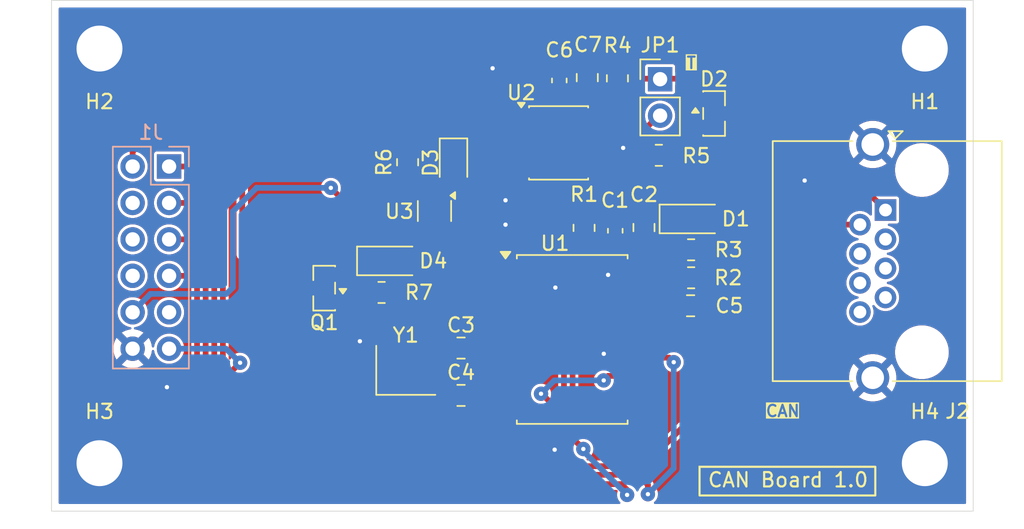
<source format=kicad_pcb>
(kicad_pcb (version 20241229) (generator "pcbnew") (generator_version "9.0")
  (title_block (title "CAN_Board") (date "2025-10-26") (rev "1.0") (company "PKl"))
  (layers (0 "F.Cu" signal) (2 "B.Cu" signal) (13 "F.Paste" user) (15 "B.Paste" user) (5 "F.SilkS" user "F.Silkscreen") (7 "B.SilkS" user "B.Silkscreen") (1 "F.Mask" user) (3 "B.Mask" user) (25 "Edge.Cuts" user))
  (net 0 "")
  (net 1 "GND")
  (net 2 "SPI0_CS")
  (net 3 "SPI0_SCK")
  (net 4 "SPI0_MOSI")
  (net 5 "SPI0_MISO")
  (net 6 "Net-(U1-OSC2)")
  (net 7 "Net-(U1-OSC1)")
  (net 8 "3V3_CAN")
  (net 9 "Net-(D1-A)")
  (net 10 "Net-(C3-Pad2)")
  (net 11 "Net-(C4-Pad1)")
  (net 12 "CANH")
  (net 13 "CANL")
  (net 14 "Net-(JP1-B)")
  (net 15 "Net-(U1-~{RESET})")
  (net 16 "Net-(U2-Rs)")
  (net 18 "CAN_RX")
  (net 24 "CAN_TX")
  (net 34 "unconnected-(J1-Pin_6-Pad6)")
  (net 36 "unconnected-(J1-Pin_9-Pad9)")
  (net 38 "Net-(D3-K)")
  (net 39 "INT")
  (net 40 "ON")
  (net 42 "Net-(D4-A)")
  (net 43 "3V3_OUT")
  (net 44 "3V3_IN")
  (footprint "Diode_SMD:D_SOD-123F" (layer "F.Cu") (at 145.2125 75.6)
    (property "Reference" "D4" (at 3.1 0 0) (layer "F.SilkS"))
    (property "Value" "BZT52C5V1-DIO")
    (fp_line (start -2.21 -1) (end -2.21 1) (stroke (width 0.12)) (layer "F.SilkS") (net 6619258))
    (fp_line (start -2.21 -1) (end 1.65 -1) (stroke (width 0.12)) (layer "F.SilkS") (net 6619258))
    (fp_line (start -2.21 1) (end 1.65 1) (stroke (width 0.12)) (layer "F.SilkS") (net 6619258))
    (pad "1" smd roundrect (at -1.4 0) (size 1.1 1.1) (layers "F.Cu" "F.Mask" "F.Paste") (roundrect_rratio 0.2272727273) (net 43 "3V3_OUT"))
    (pad "2" smd roundrect (at 1.4 0) (size 1.1 1.1) (layers "F.Cu" "F.Mask" "F.Paste") (roundrect_rratio 0.2272727273) (net 42 "Net-(D4-A)"))
  )
  (footprint "Diode_SMD:D_SOD-123F" (layer "F.Cu") (at 166.3 72.675)
    (property "Reference" "D1" (at 3.1 0 0) (layer "F.SilkS"))
    (property "Value" "1N4148W-DIO")
    (fp_line (start -2.21 -1) (end -2.21 1) (stroke (width 0.12)) (layer "F.SilkS"))
    (fp_line (start -2.21 -1) (end 1.65 -1) (stroke (width 0.12)) (layer "F.SilkS"))
    (fp_line (start -2.21 1) (end 1.65 1) (stroke (width 0.12)) (layer "F.SilkS"))
    (pad "1" smd roundrect (at -1.4 0) (size 1.1 1.1) (layers "F.Cu" "F.Mask" "F.Paste") (roundrect_rratio 0.2272727273) (net 8 "3V3_CAN"))
    (pad "2" smd roundrect (at 1.4 0) (size 1.1 1.1) (layers "F.Cu" "F.Mask" "F.Paste") (roundrect_rratio 0.2272727273) (net 9 "Net-(D1-A)"))
  )
  (footprint "Package_TO_SOT_SMD:SOT-363_SC-70-6" (layer "F.Cu") (at 148.4 72.125 -90)
    (property "Reference" "U3" (at 0.025 2.45 0) (layer "F.SilkS"))
    (property "Value" "SIP32431DR3-T1GE3")
    (fp_line (start -0.7 1.16) (end 0.7 1.16) (stroke (width 0.12)) (layer "F.SilkS"))
    (fp_line (start -0.71 -1.16) (end 0.7 -1.16) (stroke (width 0.12)) (layer "F.SilkS"))
    (fp_poly (pts (xy -1.08 -1.11) (xy -1.32 -1.44) (xy -0.84 -1.44) (xy -1.08 -1.11)) (stroke (width 0.12)) (fill yes) (layer "F.SilkS"))
    (pad "1" smd roundrect (at -0.95 -0.65 270) (size 0.65 0.4) (layers "F.Cu" "F.Mask" "F.Paste") (net 8 "3V3_CAN"))
    (pad "2" smd roundrect (at -0.95 0 270) (size 0.65 0.4) (layers "F.Cu" "F.Mask" "F.Paste") (net 1 "GND"))
    (pad "3" smd roundrect (at -0.95 0.65 270) (size 0.65 0.4) (layers "F.Cu" "F.Mask" "F.Paste") (net 40 "ON"))
    (pad "4" smd roundrect (at 0.95 0.65 270) (size 0.65 0.4) (layers "F.Cu" "F.Mask" "F.Paste") (net 43 "3V3_OUT"))
    (pad "5" smd roundrect (at 0.95 0 270) (size 0.65 0.4) (layers "F.Cu" "F.Mask" "F.Paste") (net 1 "GND"))
    (pad "6" smd roundrect (at 0.95 -0.65 270) (size 0.65 0.4) (layers "F.Cu" "F.Mask" "F.Paste"))
  )
  (footprint "MountingHole:MountingHole_3.2mm_M3_DIN965_Pad" (layer "F.Cu") (at 125.05 60.8)
    (property "Reference" "H2" (at 0 3.7 0) (layer "F.SilkS"))
    (property "Value" "MountingHole_Pad")
    (pad "1" thru_hole circle (at 0 0) (size 5.6 5.6) (drill 3.2) (layers "*.Cu" "*.Mask") (net 1 "GND"))
  )
  (footprint "LED_SMD:LED_0805_2012Metric" (layer "F.Cu") (at 149.725 68.7475 -90)
    (property "Reference" "D3" (at 0.0125 1.6 90) (layer "F.SilkS"))
    (property "Value" "LED")
    (fp_line (start -1.685 0.96) (end 1 0.96) (stroke (width 0.12)) (layer "F.SilkS"))
    (fp_line (start -1.685 -0.96) (end -1.685 0.96) (stroke (width 0.12)) (layer "F.SilkS"))
    (fp_line (start 1 -0.96) (end -1.685 -0.96) (stroke (width 0.12)) (layer "F.SilkS"))
    (pad "1" smd roundrect (at -0.9375 0 270) (size 0.975 1.4) (layers "F.Cu" "F.Mask" "F.Paste") (net 38 "Net-(D3-K)"))
    (pad "2" smd roundrect (at 0.9375 0 270) (size 0.975 1.4) (layers "F.Cu" "F.Mask" "F.Paste") (net 8 "3V3_CAN"))
  )
  (footprint "Resistor_SMD:R_0805_2012Metric" (layer "F.Cu") (at 164.0375 68.24)
    (property "Reference" "R5" (at 2.6125 0.035 0) (layer "F.SilkS"))
    (property "Value" "120")
    (fp_line (start -0.227064 -0.735) (end 0.227064 -0.735) (stroke (width 0.12)) (layer "F.SilkS"))
    (fp_line (start -0.227064 0.735) (end 0.227064 0.735) (stroke (width 0.12)) (layer "F.SilkS"))
    (pad "1" smd roundrect (at -0.9125 0) (size 1.025 1.4) (layers "F.Cu" "F.Mask" "F.Paste") (roundrect_rratio 0.243902) (net 14 "Net-(JP1-B)"))
    (pad "2" smd roundrect (at 0.9125 0) (size 1.025 1.4) (layers "F.Cu" "F.Mask" "F.Paste") (roundrect_rratio 0.243902) (net 13 "CANL"))
  )
  (footprint "Package_TO_SOT_SMD:SOT-23" (layer "F.Cu") (at 167.8875 65.325)
    (property "Reference" "D2" (at 0 -2.4 0) (layer "F.SilkS"))
    (property "Value" "PESD1CAN.215" (hide yes))
    (fp_line (start -0.76 -1.56) (end 0.76 -1.56) (stroke (width 0.12)) (layer "F.SilkS"))
    (fp_line (start -0.76 -1.51) (end -0.76 -1.56) (stroke (width 0.12)) (layer "F.SilkS"))
    (fp_line (start -0.76 0.39) (end -0.76 -0.39) (stroke (width 0.12)) (layer "F.SilkS"))
    (fp_line (start -0.76 1.56) (end -0.76 1.51) (stroke (width 0.12)) (layer "F.SilkS"))
    (fp_line (start 0.76 -1.56) (end 0.76 -0.56) (stroke (width 0.12)) (layer "F.SilkS"))
    (fp_line (start 0.76 0.56) (end 0.76 1.56) (stroke (width 0.12)) (layer "F.SilkS"))
    (fp_line (start 0.76 1.56) (end -0.76 1.56) (stroke (width 0.12)) (layer "F.SilkS"))
    (fp_poly (pts (xy -1.3 -0.38) (xy -1.06 -0.05) (xy -1.54 -0.05)) (stroke (width 0.12)) (fill yes) (layer "F.SilkS"))
    (pad "1" smd roundrect (at -0.9375 -0.95) (size 1.475 0.6) (layers "F.Cu" "F.Mask" "F.Paste") (net 12 "CANH"))
    (pad "2" smd roundrect (at -0.9375 0.95) (size 1.475 0.6) (layers "F.Cu" "F.Mask" "F.Paste") (net 13 "CANL"))
    (pad "3" smd roundrect (at 0.9375 0) (size 1.475 0.6) (layers "F.Cu" "F.Mask" "F.Paste") (net 1 "GND"))
  )
  (footprint "Resistor_SMD:R_0805_2012Metric" (layer "F.Cu") (at 166.2875 76.775 180)
    (property "Reference" "R2" (at -2.5875 0 0) (layer "F.SilkS"))
    (property "Value" "1K")
    (fp_line (start -0.227064 0.735) (end 0.227064 0.735) (stroke (width 0.12)) (layer "F.SilkS"))
    (fp_line (start -0.227064 -0.735) (end 0.227064 -0.735) (stroke (width 0.12)) (layer "F.SilkS"))
    (pad "1" smd roundrect (at -0.9125 0 180) (size 1.025 1.4) (layers "F.Cu" "F.Mask" "F.Paste") (roundrect_rratio 0.243902) (net 9 "Net-(D1-A)"))
    (pad "2" smd roundrect (at 0.9125 0 180) (size 1.025 1.4) (layers "F.Cu" "F.Mask" "F.Paste") (roundrect_rratio 0.243902) (net 15 "Net-(U1-~{RESET})"))
  )
  (footprint "Resistor_SMD:R_0805_2012Metric" (layer "F.Cu") (at 166.2875 74.825)
    (property "Reference" "R3" (at 2.6125 0 0) (layer "F.SilkS"))
    (property "Value" "10K")
    (fp_line (start -0.227064 -0.735) (end 0.227064 -0.735) (stroke (width 0.12)) (layer "F.SilkS"))
    (fp_line (start -0.227064 0.735) (end 0.227064 0.735) (stroke (width 0.12)) (layer "F.SilkS"))
    (pad "1" smd roundrect (at -0.9125 0) (size 1.025 1.4) (layers "F.Cu" "F.Mask" "F.Paste") (roundrect_rratio 0.243902) (net 8 "3V3_CAN"))
    (pad "2" smd roundrect (at 0.9125 0) (size 1.025 1.4) (layers "F.Cu" "F.Mask" "F.Paste") (roundrect_rratio 0.243902) (net 9 "Net-(D1-A)"))
  )
  (footprint "Capacitor_SMD:C_0805_2012Metric" (layer "F.Cu") (at 150.25 84.975)
    (property "Reference" "C4" (at 0 -1.6 0) (layer "F.SilkS"))
    (property "Value" "15pF")
    (fp_line (start -0.261252 -0.735) (end 0.261252 -0.735) (stroke (width 0.12)) (layer "F.SilkS"))
    (fp_line (start -0.261252 0.735) (end 0.261252 0.735) (stroke (width 0.12)) (layer "F.SilkS"))
    (pad "1" smd roundrect (at -0.95 0) (size 1 1.45) (layers "F.Cu" "F.Mask" "F.Paste") (net 11 "Net-(C4-Pad1)"))
    (pad "2" smd roundrect (at 0.95 0) (size 1 1.45) (layers "F.Cu" "F.Mask" "F.Paste") (net 7 "Net-(U1-OSC1)"))
  )
  (footprint "Package_SO:SOIC-18W_7.5x11.6mm_P1.27mm" (layer "F.Cu") (at 158 81.075)
    (property "Reference" "U1" (at -1.2 -6.7 0) (layer "F.SilkS"))
    (property "Value" "MCP2515-I/SO")
    (fp_line (start -3.86 -5.885) (end 3.86 -5.885) (stroke (width 0.12)) (layer "F.SilkS"))
    (fp_line (start -3.86 -5.64) (end -3.86 -5.885) (stroke (width 0.12)) (layer "F.SilkS"))
    (fp_line (start -3.86 5.885) (end -3.86 5.64) (stroke (width 0.12)) (layer "F.SilkS"))
    (fp_line (start 3.86 -5.885) (end 3.86 -5.64) (stroke (width 0.12)) (layer "F.SilkS"))
    (fp_line (start 3.86 5.64) (end 3.86 5.885) (stroke (width 0.12)) (layer "F.SilkS"))
    (fp_line (start 3.86 5.885) (end -3.86 5.885) (stroke (width 0.12)) (layer "F.SilkS"))
    (fp_poly (pts (xy -4.65 -5.64) (xy -4.99 -6.11) (xy -4.31 -6.11)) (stroke (width 0.12)) (fill yes) (layer "F.SilkS"))
    (pad "1" smd roundrect (at -4.65 -5.08) (size 2.05 0.6) (layers "F.Cu" "F.Mask" "F.Paste") (net 24 "CAN_TX"))
    (pad "2" smd roundrect (at -4.65 -3.81) (size 2.05 0.6) (layers "F.Cu" "F.Mask" "F.Paste") (net 18 "CAN_RX"))
    (pad "3" smd roundrect (at -4.65 -2.54) (size 2.05 0.6) (layers "F.Cu" "F.Mask" "F.Paste"))
    (pad "4" smd roundrect (at -4.65 -1.27) (size 2.05 0.6) (layers "F.Cu" "F.Mask" "F.Paste"))
    (pad "5" smd roundrect (at -4.65 0) (size 2.05 0.6) (layers "F.Cu" "F.Mask" "F.Paste"))
    (pad "6" smd roundrect (at -4.65 1.27) (size 2.05 0.6) (layers "F.Cu" "F.Mask" "F.Paste"))
    (pad "7" smd roundrect (at -4.65 2.54) (size 2.05 0.6) (layers "F.Cu" "F.Mask" "F.Paste") (net 6 "Net-(U1-OSC2)"))
    (pad "8" smd roundrect (at -4.65 3.81) (size 2.05 0.6) (layers "F.Cu" "F.Mask" "F.Paste") (net 7 "Net-(U1-OSC1)"))
    (pad "9" smd roundrect (at -4.65 5.08) (size 2.05 0.6) (layers "F.Cu" "F.Mask" "F.Paste") (net 1 "GND"))
    (pad "10" smd roundrect (at 4.65 5.08) (size 2.05 0.6) (layers "F.Cu" "F.Mask" "F.Paste"))
    (pad "11" smd roundrect (at 4.65 3.81) (size 2.05 0.6) (layers "F.Cu" "F.Mask" "F.Paste"))
    (pad "12" smd roundrect (at 4.65 2.54) (size 2.05 0.6) (layers "F.Cu" "F.Mask" "F.Paste") (net 39 "INT"))
    (pad "13" smd roundrect (at 4.65 1.27) (size 2.05 0.6) (layers "F.Cu" "F.Mask" "F.Paste") (net 3 "SPI0_SCK"))
    (pad "14" smd roundrect (at 4.65 0) (size 2.05 0.6) (layers "F.Cu" "F.Mask" "F.Paste") (net 4 "SPI0_MOSI"))
    (pad "15" smd roundrect (at 4.65 -1.27) (size 2.05 0.6) (layers "F.Cu" "F.Mask" "F.Paste") (net 5 "SPI0_MISO"))
    (pad "16" smd roundrect (at 4.65 -2.54) (size 2.05 0.6) (layers "F.Cu" "F.Mask" "F.Paste") (net 2 "SPI0_CS"))
    (pad "17" smd roundrect (at 4.65 -3.81) (size 2.05 0.6) (layers "F.Cu" "F.Mask" "F.Paste") (net 15 "Net-(U1-~{RESET})"))
    (pad "18" smd roundrect (at 4.65 -5.08) (size 2.05 0.6) (layers "F.Cu" "F.Mask" "F.Paste") (net 8 "3V3_CAN"))
  )
  (footprint "Resistor_SMD:R_0805_2012Metric" (layer "F.Cu") (at 158.825 73.3 -90)
    (property "Reference" "R1" (at -2.3375 0 0) (layer "F.SilkS"))
    (property "Value" "10K")
    (fp_line (start -0.227064 0.735) (end 0.227064 0.735) (stroke (width 0.12)) (layer "F.SilkS"))
    (fp_line (start -0.227064 -0.735) (end 0.227064 -0.735) (stroke (width 0.12)) (layer "F.SilkS"))
    (pad "1" smd roundrect (at -0.9125 0 270) (size 1.025 1.4) (layers "F.Cu" "F.Mask" "F.Paste") (roundrect_rratio 0.243902) (net 8 "3V3_CAN"))
    (pad "2" smd roundrect (at 0.9125 0 270) (size 1.025 1.4) (layers "F.Cu" "F.Mask" "F.Paste") (roundrect_rratio 0.243902) (net 2 "SPI0_CS"))
  )
  (footprint "Capacitor_SMD:C_0603_1608Metric" (layer "F.Cu") (at 157.1 63.025 90)
    (property "Reference" "C6" (at 2.125 0 0) (layer "F.SilkS"))
    (property "Value" "1uF")
    (fp_line (start -0.14058 -0.51) (end 0.14058 -0.51) (stroke (width 0.12)) (layer "F.SilkS"))
    (fp_line (start -0.14058 0.51) (end 0.14058 0.51) (stroke (width 0.12)) (layer "F.SilkS"))
    (pad "1" smd roundrect (at -0.775 0 90) (size 0.9 0.95) (layers "F.Cu" "F.Mask" "F.Paste") (net 8 "3V3_CAN"))
    (pad "2" smd roundrect (at 0.775 0 90) (size 0.9 0.95) (layers "F.Cu" "F.Mask" "F.Paste") (net 1 "GND"))
  )
  (footprint "Capacitor_SMD:C_0805_2012Metric" (layer "F.Cu") (at 163 73.275 90)
    (property "Reference" "C2" (at 2.3 0 0) (layer "F.SilkS"))
    (property "Value" "100nF")
    (fp_line (start -0.261252 -0.735) (end 0.261252 -0.735) (stroke (width 0.12)) (layer "F.SilkS"))
    (fp_line (start -0.261252 0.735) (end 0.261252 0.735) (stroke (width 0.12)) (layer "F.SilkS"))
    (pad "1" smd roundrect (at -0.95 0 90) (size 1 1.45) (layers "F.Cu" "F.Mask" "F.Paste") (net 8 "3V3_CAN"))
    (pad "2" smd roundrect (at 0.95 0 90) (size 1 1.45) (layers "F.Cu" "F.Mask" "F.Paste") (net 1 "GND"))
  )
  (footprint "Capacitor_SMD:C_0805_2012Metric" (layer "F.Cu") (at 150.25 81.675 180)
    (property "Reference" "C3" (at 0 1.6 0) (layer "F.SilkS"))
    (property "Value" "15pF")
    (fp_line (start -0.261252 0.735) (end 0.261252 0.735) (stroke (width 0.12)) (layer "F.SilkS"))
    (fp_line (start -0.261252 -0.735) (end 0.261252 -0.735) (stroke (width 0.12)) (layer "F.SilkS"))
    (pad "1" smd roundrect (at -0.95 0 180) (size 1 1.45) (layers "F.Cu" "F.Mask" "F.Paste") (net 6 "Net-(U1-OSC2)"))
    (pad "2" smd roundrect (at 0.95 0 180) (size 1 1.45) (layers "F.Cu" "F.Mask" "F.Paste") (net 10 "Net-(C3-Pad2)"))
  )
  (footprint "Package_SO:SOIC-8_3.9x4.9mm_P1.27mm" (layer "F.Cu") (at 157.05 67.375)
    (property "Reference" "U2" (at -2.6 -3.5 0) (layer "F.SilkS"))
    (property "Value" "SN65HVD230DR")
    (fp_line (start -2.06 -2.56) (end 2.06 -2.56) (stroke (width 0.12)) (layer "F.SilkS"))
    (fp_line (start -2.06 -2.465) (end -2.06 -2.56) (stroke (width 0.12)) (layer "F.SilkS"))
    (fp_line (start -2.06 2.56) (end -2.06 2.465) (stroke (width 0.12)) (layer "F.SilkS"))
    (fp_line (start 2.06 -2.56) (end 2.06 -2.465) (stroke (width 0.12)) (layer "F.SilkS"))
    (fp_line (start 2.06 2.465) (end 2.06 2.56) (stroke (width 0.12)) (layer "F.SilkS"))
    (fp_line (start 2.06 2.56) (end -2.06 2.56) (stroke (width 0.12)) (layer "F.SilkS"))
    (fp_poly (pts (xy -2.6 -2.47) (xy -2.84 -2.8) (xy -2.36 -2.8)) (stroke (width 0.12)) (fill yes) (layer "F.SilkS"))
    (pad "1" smd roundrect (at -2.475 -1.905) (size 1.95 0.6) (layers "F.Cu" "F.Mask" "F.Paste") (net 24 "CAN_TX"))
    (pad "2" smd roundrect (at -2.475 -0.635) (size 1.95 0.6) (layers "F.Cu" "F.Mask" "F.Paste") (net 1 "GND"))
    (pad "3" smd roundrect (at -2.475 0.635) (size 1.95 0.6) (layers "F.Cu" "F.Mask" "F.Paste") (net 8 "3V3_CAN"))
    (pad "4" smd roundrect (at -2.475 1.905) (size 1.95 0.6) (layers "F.Cu" "F.Mask" "F.Paste") (net 18 "CAN_RX"))
    (pad "5" smd roundrect (at 2.475 1.905) (size 1.95 0.6) (layers "F.Cu" "F.Mask" "F.Paste"))
    (pad "6" smd roundrect (at 2.475 0.635) (size 1.95 0.6) (layers "F.Cu" "F.Mask" "F.Paste") (net 13 "CANL"))
    (pad "7" smd roundrect (at 2.475 -0.635) (size 1.95 0.6) (layers "F.Cu" "F.Mask" "F.Paste") (net 12 "CANH"))
    (pad "8" smd roundrect (at 2.475 -1.905) (size 1.95 0.6) (layers "F.Cu" "F.Mask" "F.Paste") (net 16 "Net-(U2-Rs)"))
  )
  (footprint "Capacitor_SMD:C_0805_2012Metric" (layer "F.Cu") (at 159.05 62.825 90)
    (property "Reference" "C7" (at 2.3 0.05 0) (layer "F.SilkS"))
    (property "Value" "100nF")
    (fp_line (start -0.261252 -0.735) (end 0.261252 -0.735) (stroke (width 0.12)) (layer "F.SilkS"))
    (fp_line (start -0.261252 0.735) (end 0.261252 0.735) (stroke (width 0.12)) (layer "F.SilkS"))
    (pad "1" smd roundrect (at -0.95 0 90) (size 1 1.45) (layers "F.Cu" "F.Mask" "F.Paste") (net 8 "3V3_CAN"))
    (pad "2" smd roundrect (at 0.95 0 90) (size 1 1.45) (layers "F.Cu" "F.Mask" "F.Paste") (net 1 "GND"))
  )
  (footprint "Resistor_SMD:R_0805_2012Metric" (layer "F.Cu") (at 146.525 68.7225 90)
    (property "Reference" "R6" (at 0 -1.65 90) (layer "F.SilkS"))
    (property "Value" "1K")
    (fp_line (start -0.227064 -0.735) (end 0.227064 -0.735) (stroke (width 0.12)) (layer "F.SilkS"))
    (fp_line (start -0.227064 0.735) (end 0.227064 0.735) (stroke (width 0.12)) (layer "F.SilkS"))
    (pad "1" smd roundrect (at -0.9125 0 90) (size 1.025 1.4) (layers "F.Cu" "F.Mask" "F.Paste") (roundrect_rratio 0.243902) (net 1 "GND"))
    (pad "2" smd roundrect (at 0.9125 0 90) (size 1.025 1.4) (layers "F.Cu" "F.Mask" "F.Paste") (roundrect_rratio 0.243902) (net 38 "Net-(D3-K)"))
  )
  (footprint "Resistor_SMD:R_0805_2012Metric" (layer "F.Cu") (at 144.7125 77.8)
    (property "Reference" "R7" (at 2.6 0 0) (layer "F.SilkS"))
    (property "Value" "100K")
    (fp_line (start -0.227064 -0.735) (end 0.227064 -0.735) (stroke (width 0.12)) (layer "F.SilkS") (net 6619258))
    (fp_line (start -0.227064 0.735) (end 0.227064 0.735) (stroke (width 0.12)) (layer "F.SilkS") (net 6619258))
    (pad "1" smd roundrect (at -0.9125 0) (size 1.025 1.4) (layers "F.Cu" "F.Mask" "F.Paste") (roundrect_rratio 0.243902) (net 1 "GND"))
    (pad "2" smd roundrect (at 0.9125 0) (size 1.025 1.4) (layers "F.Cu" "F.Mask" "F.Paste") (roundrect_rratio 0.243902) (net 42 "Net-(D4-A)"))
  )
  (footprint "Connector_RJ:RJ45_Amphenol_RJHSE5380" (layer "F.Cu") (at 179.835 72.055 -90)
    (property "Reference" "J2" (at 14.025 -5.025 0) (layer "F.SilkS"))
    (property "Value" "CAN")
    (fp_line (start -4.805 7.86) (end -4.805 2.3) (stroke (width 0.12)) (layer "F.SilkS"))
    (fp_line (start -4.76 7.86) (end 11.925 7.86) (stroke (width 0.12)) (layer "F.SilkS"))
    (fp_line (start 11.925 7.86) (end 11.925 2.3) (stroke (width 0.12)) (layer "F.SilkS"))
    (fp_line (start -5.5 -0.2) (end -5.5 -1.2) (stroke (width 0.12)) (layer "F.SilkS"))
    (fp_line (start -5 -0.7) (end -5.5 -0.2) (stroke (width 0.12)) (layer "F.SilkS"))
    (fp_line (start -5.5 -1.2) (end -5 -0.7) (stroke (width 0.12)) (layer "F.SilkS"))
    (fp_line (start -4.805 -8.11) (end -4.805 -0.5) (stroke (width 0.12)) (layer "F.SilkS"))
    (fp_line (start -4.76 -8.11) (end 11.88 -8.11) (stroke (width 0.12)) (layer "F.SilkS"))
    (fp_line (start 11.925 -8.11) (end 11.925 -0.5) (stroke (width 0.12)) (layer "F.SilkS"))
    (pad "" np_thru_hole circle (at -2.79 -2.54 270) (size 3.25 3.25) (drill 3.25) (layers "*.Cu" "*.Mask"))
    (pad "" np_thru_hole circle (at 9.91 -2.54 270) (size 3.25 3.25) (drill 3.25) (layers "*.Cu" "*.Mask"))
    (pad "1" thru_hole rect (at 0 0 270) (size 1.5 1.5) (drill 0.89) (layers "*.Cu" "*.Mask") (net 12 "CANH"))
    (pad "2" thru_hole circle (at 1.016 1.78 270) (size 1.5 1.5) (drill 0.89) (layers "*.Cu" "*.Mask") (net 13 "CANL"))
    (pad "3" thru_hole circle (at 2.032 0 270) (size 1.5 1.5) (drill 0.89) (layers "*.Cu" "*.Mask"))
    (pad "4" thru_hole circle (at 3.048 1.78 270) (size 1.5 1.5) (drill 0.89) (layers "*.Cu" "*.Mask"))
    (pad "5" thru_hole circle (at 4.064 0 270) (size 1.5 1.5) (drill 0.89) (layers "*.Cu" "*.Mask"))
    (pad "6" thru_hole circle (at 5.08 1.78 270) (size 1.5 1.5) (drill 0.89) (layers "*.Cu" "*.Mask"))
    (pad "7" thru_hole circle (at 6.096 0 270) (size 1.5 1.5) (drill 0.89) (layers "*.Cu" "*.Mask"))
    (pad "8" thru_hole circle (at 7.112 1.78 270) (size 1.5 1.5) (drill 0.89) (layers "*.Cu" "*.Mask"))
    (pad "SH" thru_hole circle (at -4.57 0.89 270) (size 2.3 2.3) (drill 1.57) (layers "*.Cu" "*.Mask") (net 1 "GND"))
    (pad "SH" thru_hole circle (at 11.69 0.89 270) (size 2.3 2.3) (drill 1.57) (layers "*.Cu" "*.Mask") (net 1 "GND"))
  )
  (footprint "Package_TO_SOT_SMD:SOT-23" (layer "F.Cu") (at 140.7125 77.5 180)
    (property "Reference" "Q1" (at 0 -2.4 0) (layer "F.SilkS"))
    (property "Value" "AO3407A")
    (fp_line (start 0.76 1.56) (end -0.76 1.56) (stroke (width 0.12)) (layer "F.SilkS") (net 6619258))
    (fp_line (start 0.76 0.56) (end 0.76 1.56) (stroke (width 0.12)) (layer "F.SilkS") (net 6619258))
    (fp_line (start 0.76 -1.56) (end 0.76 -0.56) (stroke (width 0.12)) (layer "F.SilkS") (net 6619258))
    (fp_line (start -0.76 1.56) (end -0.76 1.51) (stroke (width 0.12)) (layer "F.SilkS") (net 6619258))
    (fp_line (start -0.76 0.39) (end -0.76 -0.39) (stroke (width 0.12)) (layer "F.SilkS") (net 6619258))
    (fp_line (start -0.76 -1.51) (end -0.76 -1.56) (stroke (width 0.12)) (layer "F.SilkS") (net 6619258))
    (fp_line (start -0.76 -1.56) (end 0.76 -1.56) (stroke (width 0.12)) (layer "F.SilkS") (net 6619258))
    (fp_poly (pts (xy -1.3 -0.38) (xy -1.06 -0.05) (xy -1.54 -0.05)) (stroke (width 0.12)) (fill yes) (layer "F.SilkS") (net 6619258))
    (pad "1" smd roundrect (at -0.9375 -0.95 180) (size 1.475 0.6) (layers "F.Cu" "F.Mask" "F.Paste") (net 42 "Net-(D4-A)"))
    (pad "2" smd roundrect (at -0.9375 0.95 180) (size 1.475 0.6) (layers "F.Cu" "F.Mask" "F.Paste") (net 43 "3V3_OUT"))
    (pad "3" smd roundrect (at 0.9375 0 180) (size 1.475 0.6) (layers "F.Cu" "F.Mask" "F.Paste") (net 44 "3V3_IN"))
  )
  (footprint "Crystal:Crystal_SMD_3225-4Pin_3.2x2.5mm" (layer "F.Cu") (at 146.4 83.225)
    (property "Reference" "Y1" (at 0 -2.45 0) (layer "F.SilkS"))
    (property "Value" "20.00M-CFPX180" (hide yes))
    (fp_line (start -2.06 -1.71) (end -2.06 1.71) (stroke (width 0.12)) (layer "F.SilkS"))
    (fp_line (start -2.06 1.71) (end 2.06 1.71) (stroke (width 0.12)) (layer "F.SilkS"))
    (pad "1" smd roundrect (at -1.1 0.85) (size 1.4 1.2) (layers "F.Cu" "F.Mask" "F.Paste") (roundrect_rratio 0.208333) (net 11 "Net-(C4-Pad1)"))
    (pad "2" smd roundrect (at 1.1 0.85) (size 1.4 1.2) (layers "F.Cu" "F.Mask" "F.Paste") (roundrect_rratio 0.208333))
    (pad "3" smd roundrect (at 1.1 -0.85) (size 1.4 1.2) (layers "F.Cu" "F.Mask" "F.Paste") (roundrect_rratio 0.208333) (net 10 "Net-(C3-Pad2)"))
    (pad "4" smd roundrect (at -1.1 -0.85) (size 1.4 1.2) (layers "F.Cu" "F.Mask" "F.Paste") (roundrect_rratio 0.208333))
  )
  (footprint "MountingHole:MountingHole_3.2mm_M3_DIN965_Pad" (layer "F.Cu") (at 125.05 89.7)
    (property "Reference" "H3" (at 0 -3.6 0) (layer "F.SilkS"))
    (property "Value" "MountingHole_Pad")
    (pad "1" thru_hole circle (at 0 0) (size 5.6 5.6) (drill 3.2) (layers "*.Cu" "*.Mask") (net 1 "GND"))
  )
  (footprint "Resistor_SMD:R_0805_2012Metric" (layer "F.Cu") (at 161.15 62.875 90)
    (property "Reference" "R4" (at 2.3 0.0125 0) (layer "F.SilkS"))
    (property "Value" "47K")
    (fp_line (start -0.227064 -0.735) (end 0.227064 -0.735) (stroke (width 0.12)) (layer "F.SilkS"))
    (fp_line (start -0.227064 0.735) (end 0.227064 0.735) (stroke (width 0.12)) (layer "F.SilkS"))
    (pad "1" smd roundrect (at -0.9125 0 90) (size 1.025 1.4) (layers "F.Cu" "F.Mask" "F.Paste") (roundrect_rratio 0.243902) (net 16 "Net-(U2-Rs)"))
    (pad "2" smd roundrect (at 0.9125 0 90) (size 1.025 1.4) (layers "F.Cu" "F.Mask" "F.Paste") (roundrect_rratio 0.243902) (net 1 "GND"))
  )
  (footprint "Connector_PinHeader_2.54mm:PinHeader_1x02_P2.54mm_Vertical" (layer "F.Cu") (at 164.125 62.935)
    (property "Reference" "JP1" (at 0 -2.38 0) (layer "F.SilkS"))
    (property "Value" "Jumper_2_Bridged")
    (fp_line (start -1.38 -1.38) (end 0 -1.38) (stroke (width 0.12)) (layer "F.SilkS"))
    (fp_line (start -1.38 0) (end -1.38 -1.38) (stroke (width 0.12)) (layer "F.SilkS"))
    (fp_line (start -1.38 1.27) (end -1.38 3.92) (stroke (width 0.12)) (layer "F.SilkS"))
    (fp_line (start -1.38 1.27) (end 1.38 1.27) (stroke (width 0.12)) (layer "F.SilkS"))
    (fp_line (start -1.38 3.92) (end 1.38 3.92) (stroke (width 0.12)) (layer "F.SilkS"))
    (fp_line (start 1.38 1.27) (end 1.38 3.92) (stroke (width 0.12)) (layer "F.SilkS"))
    (pad "1" thru_hole rect (at 0 0) (size 1.7 1.7) (drill 1) (layers "*.Cu" "*.Mask") (net 12 "CANH"))
    (pad "2" thru_hole circle (at 0 2.54) (size 1.7 1.7) (drill 1) (layers "*.Cu" "*.Mask") (net 14 "Net-(JP1-B)"))
  )
  (footprint "Capacitor_SMD:C_0603_1608Metric" (layer "F.Cu") (at 161 73.5 90)
    (property "Reference" "C1" (at 2.125 -0.02 0) (layer "F.SilkS"))
    (property "Value" "1uF")
    (fp_line (start -0.14058 -0.51) (end 0.14058 -0.51) (stroke (width 0.12)) (layer "F.SilkS"))
    (fp_line (start -0.14058 0.51) (end 0.14058 0.51) (stroke (width 0.12)) (layer "F.SilkS"))
    (pad "1" smd roundrect (at -0.775 0 90) (size 0.9 0.95) (layers "F.Cu" "F.Mask" "F.Paste") (net 8 "3V3_CAN"))
    (pad "2" smd roundrect (at 0.775 0 90) (size 0.9 0.95) (layers "F.Cu" "F.Mask" "F.Paste") (net 1 "GND"))
  )
  (footprint "Capacitor_SMD:C_0805_2012Metric" (layer "F.Cu") (at 166.25 78.725 180)
    (property "Reference" "C5" (at -2.7 0 0) (layer "F.SilkS"))
    (property "Value" "100nF")
    (fp_line (start -0.261252 0.735) (end 0.261252 0.735) (stroke (width 0.12)) (layer "F.SilkS"))
    (fp_line (start -0.261252 -0.735) (end 0.261252 -0.735) (stroke (width 0.12)) (layer "F.SilkS"))
    (pad "1" smd roundrect (at -0.95 0 180) (size 1 1.45) (layers "F.Cu" "F.Mask" "F.Paste") (net 9 "Net-(D1-A)"))
    (pad "2" smd roundrect (at 0.95 0 180) (size 1 1.45) (layers "F.Cu" "F.Mask" "F.Paste") (net 1 "GND"))
  )
  (footprint "MountingHole:MountingHole_3.2mm_M3_DIN965_Pad" (layer "F.Cu") (at 182.575 89.7)
    (property "Reference" "H4" (at 0 -3.6 0) (layer "F.SilkS"))
    (property "Value" "MountingHole_Pad")
    (pad "1" thru_hole circle (at 0 0) (size 5.6 5.6) (drill 3.2) (layers "*.Cu" "*.Mask") (net 1 "GND"))
  )
  (footprint "MountingHole:MountingHole_3.2mm_M3_DIN965_Pad" (layer "F.Cu") (at 182.575 60.8)
    (property "Reference" "H1" (at 0 3.7 0) (layer "F.SilkS"))
    (property "Value" "MountingHole_Pad")
    (pad "1" thru_hole circle (at 0 0) (size 5.6 5.6) (drill 3.2) (layers "*.Cu" "*.Mask") (net 1 "GND"))
  )
  (footprint "Connector_PinHeader_2.54mm:PinHeader_2x06_P2.54mm_Vertical" (layer "B.Cu") (at 129.9 69.02 180)
    (property "Reference" "J1" (at 1.27 2.38 0) (layer "B.SilkS") (effects (justify mirror)))
    (property "Value" "COM")
    (fp_line (start 3.92 1.38) (end 3.92 -14.08) (stroke (width 0.12)) (layer "B.SilkS"))
    (fp_line (start 1.27 1.38) (end 3.92 1.38) (stroke (width 0.12)) (layer "B.SilkS"))
    (fp_line (start 1.27 -1.27) (end 1.27 1.38) (stroke (width 0.12)) (layer "B.SilkS"))
    (fp_line (start -1.38 1.38) (end 0 1.38) (stroke (width 0.12)) (layer "B.SilkS"))
    (fp_line (start -1.38 0) (end -1.38 1.38) (stroke (width 0.12)) (layer "B.SilkS"))
    (fp_line (start -1.38 -1.27) (end 1.27 -1.27) (stroke (width 0.12)) (layer "B.SilkS"))
    (fp_line (start -1.38 -1.27) (end -1.38 -14.08) (stroke (width 0.12)) (layer "B.SilkS"))
    (fp_line (start -1.38 -14.08) (end 3.92 -14.08) (stroke (width 0.12)) (layer "B.SilkS"))
    (pad "1" thru_hole rect (at 0 0 180) (size 1.7 1.7) (drill 1) (layers "*.Cu" "*.Mask") (net 5 "SPI0_MISO"))
    (pad "2" thru_hole circle (at 2.54 0 180) (size 1.7 1.7) (drill 1) (layers "*.Cu" "*.Mask") (net 44 "3V3_IN"))
    (pad "3" thru_hole circle (at 0 -2.54 180) (size 1.7 1.7) (drill 1) (layers "*.Cu" "*.Mask") (net 2 "SPI0_CS"))
    (pad "4" thru_hole circle (at 2.54 -2.54 180) (size 1.7 1.7) (drill 1) (layers "*.Cu" "*.Mask"))
    (pad "5" thru_hole circle (at 0 -5.08 180) (size 1.7 1.7) (drill 1) (layers "*.Cu" "*.Mask") (net 3 "SPI0_SCK"))
    (pad "6" thru_hole circle (at 2.54 -5.08 180) (size 1.7 1.7) (drill 1) (layers "*.Cu" "*.Mask") (net 34 "unconnected-(J1-Pin_6-Pad6)"))
    (pad "7" thru_hole circle (at 0 -7.62 180) (size 1.7 1.7) (drill 1) (layers "*.Cu" "*.Mask") (net 4 "SPI0_MOSI"))
    (pad "8" thru_hole circle (at 2.54 -7.62 180) (size 1.7 1.7) (drill 1) (layers "*.Cu" "*.Mask"))
    (pad "9" thru_hole circle (at 0 -10.16 180) (size 1.7 1.7) (drill 1) (layers "*.Cu" "*.Mask") (net 36 "unconnected-(J1-Pin_9-Pad9)"))
    (pad "10" thru_hole circle (at 2.54 -10.16 180) (size 1.7 1.7) (drill 1) (layers "*.Cu" "*.Mask") (net 40 "ON"))
    (pad "11" thru_hole circle (at 0 -12.7 180) (size 1.7 1.7) (drill 1) (layers "*.Cu" "*.Mask") (net 39 "INT"))
    (pad "12" thru_hole circle (at 2.54 -12.7 180) (size 1.7 1.7) (drill 1) (layers "*.Cu" "*.Mask") (net 1 "GND"))
  )
  (gr_rect (start 166.875 89.95) (end 179.125 91.95) (stroke (width 0.15)) (fill no) (layer "F.SilkS"))
  (gr_rect (start 121.707152 57.44) (end 185.95 93.045) (stroke (width 0.05)) (fill no) (layer "Edge.Cuts"))
  (gr_text "CAN" (at 172.675 86.065 0) (layer "F.SilkS" knockout) (effects (font (size 0.8 0.8))))
  (gr_text "CAN Board 1.0" (at 167.375 91.45 0) (layer "F.SilkS") (effects (font (size 1 1)) (justify left bottom)))
  (gr_text "T" (at 166.3 61.8 0) (layer "F.SilkS" knockout) (effects (font (size 0.8 0.8))))
  (via (at 160.2 82.075) (size 1) (drill 0.3) (layers "F.Cu" "B.Cu") (net 1))
  (via (at 143.2 81.2) (size 1) (drill 0.3) (layers "F.Cu" "B.Cu") (net 1))
  (via (at 129.75 84.4) (size 1) (drill 0.3) (layers "F.Cu" "B.Cu") (net 1))
  (via (at 174.2 70) (size 1) (drill 0.3) (layers "F.Cu" "B.Cu") (net 1))
  (via (at 161.55 67.725) (size 1) (drill 0.3) (layers "F.Cu" "B.Cu") (net 1))
  (via (at 153.35 73.075) (size 1) (drill 0.3) (layers "F.Cu" "B.Cu") (net 1))
  (via (at 156.825 77.46) (size 1) (drill 0.3) (layers "F.Cu" "B.Cu") (net 1))
  (via (at 152.45 62.175) (size 1) (drill 0.3) (layers "F.Cu" "B.Cu") (net 1))
  (via (at 153.35 71.375) (size 1) (drill 0.3) (layers "F.Cu" "B.Cu") (net 1))
  (via (at 160.5 76.575) (size 1) (drill 0.3) (layers "F.Cu" "B.Cu") (net 1))
  (via (at 156.775 88.76) (size 1) (drill 0.3) (layers "F.Cu" "B.Cu") (net 1))
  (segment (start 133.05 72.3) (end 132.31 71.56) (width 0.4) (layer "F.Cu") (net 2))
  (segment (start 162.59 78.475) (end 162.65 78.535) (width 0.4) (layer "F.Cu") (net 2))
  (segment (start 159.325 77.7) (end 159.4 77.775) (width 0.4) (layer "F.Cu") (net 2))
  (segment (start 132.31 71.56) (end 129.9 71.56) (width 0.4) (layer "F.Cu") (net 2))
  (segment (start 159.4 77.775) (end 160.65 77.775) (width 0.4) (layer "F.Cu") (net 2))
  (segment (start 160.65 77.775) (end 161.35 78.475) (width 0.4) (layer "F.Cu") (net 2))
  (segment (start 161.35 78.475) (end 162.59 78.475) (width 0.4) (layer "F.Cu") (net 2))
  (segment (start 166.525 81.825) (end 166.525 86.36) (width 0.4) (layer "F.Cu") (net 2))
  (segment (start 159 74.225) (end 159 77.375) (width 0.4) (layer "F.Cu") (net 2))
  (segment (start 162.975 89.91) (end 134.45 89.91) (width 0.4) (layer "F.Cu") (net 2))
  (segment (start 134.45 89.91) (end 133.05 88.51) (width 0.4) (layer "F.Cu") (net 2))
  (segment (start 159 77.375) (end 159.325 77.7) (width 0.4) (layer "F.Cu") (net 2))
  (segment (start 162.65 78.535) (end 163.235 78.535) (width 0.4) (layer "F.Cu") (net 2))
  (segment (start 166.525 86.36) (end 162.975 89.91) (width 0.4) (layer "F.Cu") (net 2))
  (segment (start 163.235 78.535) (end 166.525 81.825) (width 0.4) (layer "F.Cu") (net 2))
  (segment (start 133.05 88.51) (end 133.05 72.3) (width 0.4) (layer "F.Cu") (net 2))
  (segment (start 163.275 91.86) (end 163.275 91.96) (width 0.4) (layer "F.Cu") (net 3))
  (segment (start 129.9 74.1) (end 131.45 74.1) (width 0.4) (layer "F.Cu") (net 3))
  (segment (start 165.075 82.66) (end 164.76 82.345) (width 0.4) (layer "F.Cu") (net 3))
  (segment (start 163.275 91.21) (end 163.275 91.86) (width 0.4) (layer "F.Cu") (net 3))
  (segment (start 132.45 88.775) (end 134.185 90.51) (width 0.4) (layer "F.Cu") (net 3))
  (segment (start 132.45 75.1) (end 132.45 88.775) (width 0.4) (layer "F.Cu") (net 3))
  (segment (start 134.185 90.51) (end 162.575 90.51) (width 0.4) (layer "F.Cu") (net 3))
  (segment (start 162.67 82.325) (end 162.65 82.345) (width 0.4) (layer "F.Cu") (net 3))
  (segment (start 130.32 74.45) (end 129.915 74.045) (width 0.4) (layer "F.Cu") (net 3))
  (segment (start 162.575 90.51) (end 163.275 91.21) (width 0.4) (layer "F.Cu") (net 3))
  (segment (start 131.45 74.1) (end 132.45 75.1) (width 0.4) (layer "F.Cu") (net 3))
  (segment (start 164.76 82.345) (end 162.65 82.345) (width 0.4) (layer "F.Cu") (net 3))
  (via (at 165.075 82.66) (size 1) (drill 0.3) (layers "F.Cu" "B.Cu") (net 3))
  (via (at 163.275 91.86) (size 1) (drill 0.3) (layers "F.Cu" "B.Cu") (net 3))
  (segment (start 163.275 91.86) (end 165.075 90.06) (width 0.4) (layer "B.Cu") (net 3))
  (segment (start 165.075 90.06) (end 165.075 82.66) (width 0.4) (layer "B.Cu") (net 3))
  (segment (start 158.025 87.96) (end 158.775 88.71) (width 0.4) (layer "F.Cu") (net 4))
  (segment (start 161.825 91.56) (end 161.825 91.91) (width 0.4) (layer "F.Cu") (net 4))
  (segment (start 133.985 91.16) (end 161.425 91.16) (width 0.4) (layer "F.Cu") (net 4))
  (segment (start 158.775 81.31) (end 158.025 82.06) (width 0.4) (layer "F.Cu") (net 4))
  (segment (start 131.85 77.15) (end 131.85 89.025) (width 0.4) (layer "F.Cu") (net 4))
  (segment (start 131.85 89.025) (end 133.985 91.16) (width 0.4) (layer "F.Cu") (net 4))
  (segment (start 159.01 81.075) (end 162.65 81.075) (width 0.4) (layer "F.Cu") (net 4))
  (segment (start 158.775 81.31) (end 159.01 81.075) (width 0.4) (layer "F.Cu") (net 4))
  (segment (start 131.34 76.64) (end 131.85 77.15) (width 0.4) (layer "F.Cu") (net 4))
  (segment (start 161.825 91.91) (end 161.825 92.01) (width 0.4) (layer "F.Cu") (net 4))
  (segment (start 161.425 91.16) (end 161.825 91.56) (width 0.4) (layer "F.Cu") (net 4))
  (segment (start 129.9 76.64) (end 131.34 76.64) (width 0.4) (layer "F.Cu") (net 4))
  (segment (start 158.025 82.06) (end 158.025 87.96) (width 0.4) (layer "F.Cu") (net 4))
  (via (at 161.825 91.91) (size 1) (drill 0.3) (layers "F.Cu" "B.Cu") (net 4))
  (via (at 158.775 88.71) (size 1) (drill 0.3) (layers "F.Cu" "B.Cu") (net 4))
  (segment (start 158.775 88.86) (end 158.775 88.71) (width 0.4) (layer "B.Cu") (net 4))
  (segment (start 161.825 91.91) (end 158.775 88.86) (width 0.4) (layer "B.Cu") (net 4))
  (segment (start 157.425 80.26) (end 157.88 79.805) (width 0.4) (layer "F.Cu") (net 5))
  (segment (start 129.9 69.02) (end 132.82 69.02) (width 0.4) (layer "F.Cu") (net 5))
  (segment (start 157.88 79.805) (end 162.65 79.805) (width 0.4) (layer "F.Cu") (net 5))
  (segment (start 133.65 69.85) (end 133.65 88.225) (width 0.4) (layer "F.Cu") (net 5))
  (segment (start 157.425 86.41) (end 157.425 80.26) (width 0.4) (layer "F.Cu") (net 5))
  (segment (start 133.65 88.225) (end 134.685 89.26) (width 0.4) (layer "F.Cu") (net 5))
  (segment (start 132.82 69.02) (end 133.65 69.85) (width 0.4) (layer "F.Cu") (net 5))
  (segment (start 134.685 89.26) (end 154.575 89.26) (width 0.4) (layer "F.Cu") (net 5))
  (segment (start 154.575 89.26) (end 157.425 86.41) (width 0.4) (layer "F.Cu") (net 5))
  (segment (start 162.65 79.805) (end 163.48 79.805) (width 0.4) (layer "F.Cu") (net 5))
  (segment (start 153.35 83.615) (end 152.315 83.615) (width 0.4) (layer "F.Cu") (net 6))
  (segment (start 151.2 82.5) (end 151.2 81.675) (width 0.4) (layer "F.Cu") (net 6))
  (segment (start 152.315 83.615) (end 151.2 82.5) (width 0.4) (layer "F.Cu") (net 6))
  (segment (start 151.29 84.885) (end 151.2 84.975) (width 0.4) (layer "F.Cu") (net 7))
  (segment (start 153.35 84.885) (end 151.29 84.885) (width 0.4) (layer "F.Cu") (net 7))
  (segment (start 156.115 68.01) (end 154.575 68.01) (width 0.4) (layer "F.Cu") (net 8))
  (segment (start 163 75.645) (end 162.65 75.995) (width 0.4) (layer "F.Cu") (net 8))
  (segment (start 165.125 74.925) (end 164.925 74.925) (width 0.4) (layer "F.Cu") (net 8))
  (segment (start 156.45 69.375) (end 157.75 70.675) (width 0.4) (layer "F.Cu") (net 8))
  (segment (start 160.575 74.275) (end 159 72.7) (width 0.4) (layer "F.Cu") (net 8))
  (segment (start 156.925 63.975) (end 157.1 63.8) (width 0.4) (layer "F.Cu") (net 8))
  (segment (start 157.1 67.025) (end 156.45 67.675) (width 0.4) (layer "F.Cu") (net 8))
  (segment (start 165.125 74.775) (end 164.975 74.925) (width 0.4) (layer "F.Cu") (net 8))
  (segment (start 149.75 69.7125) (end 149.75 70.475) (width 0.4) (layer "F.Cu") (net 8))
  (segment (start 164.975 74.925) (end 165.125 74.925) (width 0.4) (layer "F.Cu") (net 8))
  (segment (start 156.225 64.675) (end 157.1 63.8) (width 0.4) (layer "F.Cu") (net 8))
  (segment (start 157.75 70.675) (end 164.35 70.675) (width 0.4) (layer "F.Cu") (net 8))
  (segment (start 150.95 65.675) (end 151.95 64.675) (width 0.4) (layer "F.Cu") (net 8))
  (segment (start 161.05 74.225) (end 161 74.275) (width 0.4) (layer "F.Cu") (net 8))
  (segment (start 163 74.225) (end 163 75.645) (width 0.4) (layer "F.Cu") (net 8))
  (segment (start 156.45 67.675) (end 156.45 69.375) (width 0.4) (layer "F.Cu") (net 8))
  (segment (start 149.75 69.7125) (end 150.4125 69.7125) (width 0.4) (layer "F.Cu") (net 8))
  (segment (start 156.45 67.675) (end 156.115 68.01) (width 0.4) (layer "F.Cu") (net 8))
  (segment (start 150.4125 69.7125) (end 150.95 69.175) (width 0.4) (layer "F.Cu") (net 8))
  (segment (start 151.95 64.675) (end 156.225 64.675) (width 0.4) (layer "F.Cu") (net 8))
  (segment (start 164.35 70.675) (end 164.9 71.225) (width 0.4) (layer "F.Cu") (net 8))
  (segment (start 159.025 63.8) (end 157.1 63.8) (width 0.4) (layer "F.Cu") (net 8))
  (segment (start 163 74.225) (end 161.05 74.225) (width 0.4) (layer "F.Cu") (net 8))
  (segment (start 149.7125 69.7125) (end 149.75 69.7125) (width 0.4) (layer "F.Cu") (net 8))
  (segment (start 164.9 71.225) (end 164.9 72.675) (width 0.4) (layer "F.Cu") (net 8))
  (segment (start 161 74.275) (end 160.575 74.275) (width 0.4) (layer "F.Cu") (net 8))
  (segment (start 164.9 72.675) (end 165.125 72.9) (width 0.4) (layer "F.Cu") (net 8))
  (segment (start 150.95 69.175) (end 150.95 65.675) (width 0.4) (layer "F.Cu") (net 8))
  (segment (start 165.125 72.9) (end 165.125 74.775) (width 0.4) (layer "F.Cu") (net 8))
  (segment (start 149.75 70.475) (end 149.05 71.175) (width 0.4) (layer "F.Cu") (net 8))
  (segment (start 157.1 63.8) (end 157.1 67.025) (width 0.4) (layer "F.Cu") (net 8))
  (segment (start 159.05 63.775) (end 159.025 63.8) (width 0.4) (layer "F.Cu") (net 8))
  (segment (start 164.225 74.225) (end 163 74.225) (width 0.4) (layer "F.Cu") (net 8))
  (segment (start 164.925 74.925) (end 164.225 74.225) (width 0.4) (layer "F.Cu") (net 8))
  (segment (start 159 72.7) (end 159 72.4) (width 0.4) (layer "F.Cu") (net 8))
  (segment (start 167.2 74.825) (end 167.2 76.775) (width 0.4) (layer "F.Cu") (net 9))
  (segment (start 167.2 77.375) (end 167.2 78.675) (width 0.4) (layer "F.Cu") (net 9))
  (segment (start 167.2 73.175) (end 167.2 74.825) (width 0.4) (layer "F.Cu") (net 9))
  (segment (start 167.7 72.675) (end 167.2 73.175) (width 0.4) (layer "F.Cu") (net 9))
  (segment (start 167 77.175) (end 167.2 77.375) (width 0.4) (layer "F.Cu") (net 9))
  (segment (start 149.3 81.675) (end 148.2 81.675) (width 0.4) (layer "F.Cu") (net 10))
  (segment (start 147.6 81.675) (end 147 82.275) (width 0.4) (layer "F.Cu") (net 10))
  (segment (start 148.55 81.675) (end 147.6 81.675) (width 0.4) (layer "F.Cu") (net 10))
  (segment (start 149.3 85.375) (end 149.2 85.275) (width 0.4) (layer "F.Cu") (net 11))
  (segment (start 149.2 85.275) (end 145.75 85.275) (width 0.4) (layer "F.Cu") (net 11))
  (segment (start 145.75 85.275) (end 145.3 84.825) (width 0.4) (layer "F.Cu") (net 11))
  (segment (start 145.3 84.825) (end 145.3 84.075) (width 0.4) (layer "F.Cu") (net 11))
  (segment (start 149.3 84.975) (end 149.3 85.375) (width 0.4) (layer "F.Cu") (net 11))
  (segment (start 162.65 64.975) (end 162.65 63.075) (width 0.4) (layer "F.Cu") (net 12))
  (segment (start 159.525 66.74) (end 160.885 66.74) (width 0.4) (layer "F.Cu") (net 12))
  (segment (start 166.7 64.125) (end 166.95 64.375) (width 0.4) (layer "F.Cu") (net 12))
  (segment (start 164.05 62.9) (end 165.475 62.9) (width 0.4) (layer "F.Cu") (net 12))
  (segment (start 179.365 72.055) (end 179.835 72.055) (width 0.4) (layer "F.Cu") (net 12))
  (segment (start 172.155 64.375) (end 179.835 72.055) (width 0.4) (layer "F.Cu") (net 12))
  (segment (start 162.825 62.9) (end 164.05 62.9) (width 0.4) (layer "F.Cu") (net 12))
  (segment (start 160.885 66.74) (end 162.65 64.975) (width 0.4) (layer "F.Cu") (net 12))
  (segment (start 165.475 62.9) (end 166.7 64.125) (width 0.4) (layer "F.Cu") (net 12))
  (segment (start 162.65 63.075) (end 162.825 62.9) (width 0.4) (layer "F.Cu") (net 12))
  (segment (start 166.95 64.375) (end 172.155 64.375) (width 0.4) (layer "F.Cu") (net 12))
  (segment (start 164.985 68.24) (end 164.95 68.24) (width 0.4) (layer "F.Cu") (net 13))
  (segment (start 159.525 68.01) (end 160.035 68.01) (width 0.4) (layer "F.Cu") (net 13))
  (segment (start 160.035 68.01) (end 161.8 69.775) (width 0.4) (layer "F.Cu") (net 13))
  (segment (start 164.75 69.775) (end 164.95 69.575) (width 0.4) (layer "F.Cu") (net 13))
  (segment (start 178.055 73.071) (end 173.746 73.071) (width 0.4) (layer "F.Cu") (net 13))
  (segment (start 166.95 66.275) (end 164.985 68.24) (width 0.4) (layer "F.Cu") (net 13))
  (segment (start 173.746 73.071) (end 166.95 66.275) (width 0.4) (layer "F.Cu") (net 13))
  (segment (start 164.95 69.575) (end 164.95 68.24) (width 0.4) (layer "F.Cu") (net 13))
  (segment (start 161.8 69.775) (end 164.75 69.775) (width 0.4) (layer "F.Cu") (net 13))
  (segment (start 163.125 68.24) (end 163.125 66.365) (width 0.4) (layer "F.Cu") (net 14))
  (segment (start 163.125 66.365) (end 164.05 65.44) (width 0.4) (layer "F.Cu") (net 14))
  (segment (start 164.975 76.775) (end 164.485 77.265) (width 0.4) (layer "F.Cu") (net 15))
  (segment (start 165.375 76.775) (end 164.975 76.775) (width 0.4) (layer "F.Cu") (net 15))
  (segment (start 164.485 77.265) (end 162.65 77.265) (width 0.4) (layer "F.Cu") (net 15))
  (segment (start 162.74 77.175) (end 162.65 77.265) (width 0.4) (layer "F.Cu") (net 15))
  (segment (start 161.05 65.075) (end 161.05 63.8875) (width 0.4) (layer "F.Cu") (net 16))
  (segment (start 159.525 65.47) (end 160.655 65.47) (width 0.4) (layer "F.Cu") (net 16))
  (segment (start 160.655 65.47) (end 161.05 65.075) (width 0.4) (layer "F.Cu") (net 16))
  (segment (start 161.05 63.8875) (end 161.15 63.7875) (width 0.4) (layer "F.Cu") (net 16))
  (segment (start 155.35 76.775) (end 155.35 70.055) (width 0.4) (layer "F.Cu") (net 18))
  (segment (start 153.35 77.265) (end 154.86 77.265) (width 0.4) (layer "F.Cu") (net 18))
  (segment (start 154.86 77.265) (end 155.35 76.775) (width 0.4) (layer "F.Cu") (net 18))
  (segment (start 155.35 70.055) (end 154.575 69.28) (width 0.4) (layer "F.Cu") (net 18))
  (segment (start 151.95 65.575) (end 154.47 65.575) (width 0.4) (layer "F.Cu") (net 24))
  (segment (start 154.47 65.575) (end 154.575 65.47) (width 0.4) (layer "F.Cu") (net 24))
  (segment (start 151.55 65.975) (end 151.95 65.575) (width 0.4) (layer "F.Cu") (net 24))
  (segment (start 153.35 75.995) (end 151.55 74.195) (width 0.4) (layer "F.Cu") (net 24))
  (segment (start 151.55 74.195) (end 151.55 65.975) (width 0.4) (layer "F.Cu") (net 24))
  (segment (start 127.4 74.1) (end 127.36 74.1) (width 0.4) (layer "F.Cu") (net 34))
  (segment (start 129.93 79.15) (end 129.9 79.18) (width 0.4) (layer "B.Cu") (net 36))
  (segment (start 149.725 67.8125) (end 149.75 67.8375) (width 0.4) (layer "F.Cu") (net 38))
  (segment (start 147.15 67.8125) (end 149.725 67.8125) (width 0.4) (layer "F.Cu") (net 38))
  (segment (start 156.725 86.26) (end 156.725 85.71) (width 0.4) (layer "F.Cu") (net 39))
  (segment (start 162.65 83.615) (end 160.51 83.615) (width 0.4) (layer "F.Cu") (net 39))
  (segment (start 156.725 85.71) (end 155.875 84.86) (width 0.4) (layer "F.Cu") (net 39))
  (segment (start 154.325 88.66) (end 156.725 86.26) (width 0.4) (layer "F.Cu") (net 39))
  (segment (start 160.51 83.615) (end 160.195 83.93) (width 0.4) (layer "F.Cu") (net 39))
  (segment (start 134.96 88.66) (end 154.325 88.66) (width 0.4) (layer "F.Cu") (net 39))
  (segment (start 134.25 87.95) (end 134.96 88.66) (width 0.4) (layer "F.Cu") (net 39))
  (segment (start 160.195 83.93) (end 160.15 83.975) (width 0.4) (layer "F.Cu") (net 39))
  (segment (start 155.875 84.86) (end 155.825 84.86) (width 0.4) (layer "F.Cu") (net 39))
  (segment (start 134.25 83.3) (end 134.25 87.95) (width 0.4) (layer "F.Cu") (net 39))
  (segment (start 134.85 82.7) (end 134.25 83.3) (width 0.4) (layer "F.Cu") (net 39))
  (via (at 134.85 82.7) (size 1) (drill 0.3) (layers "F.Cu" "B.Cu") (net 39))
  (via (at 155.825 84.86) (size 1) (drill 0.3) (layers "F.Cu" "B.Cu") (net 39))
  (via (at 160.195 83.93) (size 1) (drill 0.3) (layers "F.Cu" "B.Cu") (net 39))
  (segment (start 160.195 83.93) (end 156.755 83.93) (width 0.4) (layer "B.Cu") (net 39))
  (segment (start 129.9 81.72) (end 133.87 81.72) (width 0.4) (layer "B.Cu") (net 39))
  (segment (start 156.755 83.93) (end 155.825 84.86) (width 0.4) (layer "B.Cu") (net 39))
  (segment (start 133.87 81.72) (end 134.85 82.7) (width 0.4) (layer "B.Cu") (net 39))
  (segment (start 141.175 70.51) (end 142.625 71.96) (width 0.4) (layer "F.Cu") (net 40))
  (segment (start 127.36 79.18) (end 127.67 79.18) (width 0.4) (layer "F.Cu") (net 40))
  (segment (start 142.625 71.96) (end 146.965 71.96) (width 0.4) (layer "F.Cu") (net 40))
  (segment (start 146.965 71.96) (end 147.75 71.175) (width 0.4) (layer "F.Cu") (net 40))
  (via (at 141.175 70.51) (size 1) (drill 0.3) (layers "F.Cu" "B.Cu") (net 40))
  (segment (start 134.35 72.15) (end 136 70.5) (width 0.4) (layer "B.Cu") (net 40))
  (segment (start 133.9 77.9) (end 134.35 77.45) (width 0.4) (layer "B.Cu") (net 40))
  (segment (start 127.36 79.14) (end 128.6 77.9) (width 0.4) (layer "B.Cu") (net 40))
  (segment (start 128.6 77.9) (end 133.9 77.9) (width 0.4) (layer "B.Cu") (net 40))
  (segment (start 134.35 77.45) (end 134.35 72.15) (width 0.4) (layer "B.Cu") (net 40))
  (segment (start 141.175 70.51) (end 136.01 70.51) (width 0.4) (layer "B.Cu") (net 40))
  (segment (start 127.36 79.18) (end 127.36 79.14) (width 0.4) (layer "B.Cu") (net 40))
  (segment (start 136.01 70.51) (end 136 70.5) (width 0.4) (layer "B.Cu") (net 40))
  (segment (start 145.625 76.5875) (end 146.6125 75.6) (width 0.4) (layer "F.Cu") (net 42))
  (segment (start 146.0125 79.8) (end 146.0125 78.1875) (width 0.4) (layer "F.Cu") (net 42))
  (segment (start 142.6125 79.8) (end 146.0125 79.8) (width 0.4) (layer "F.Cu") (net 42))
  (segment (start 141.65 78.8375) (end 142.6125 79.8) (width 0.4) (layer "F.Cu") (net 42))
  (segment (start 145.625 77.8) (end 145.625 76.5875) (width 0.4) (layer "F.Cu") (net 42))
  (segment (start 146.0125 78.1875) (end 145.625 77.8) (width 0.4) (layer "F.Cu") (net 42))
  (segment (start 141.65 78.45) (end 141.65 78.8375) (width 0.4) (layer "F.Cu") (net 42))
  (segment (start 142.6 75.6) (end 143.8125 75.6) (width 0.4) (layer "F.Cu") (net 43))
  (segment (start 145.35 73.075) (end 147.75 73.075) (width 0.4) (layer "F.Cu") (net 43))
  (segment (start 141.65 76.55) (end 142.6 75.6) (width 0.4) (layer "F.Cu") (net 43))
  (segment (start 143.8125 75.6) (end 143.8125 74.6125) (width 0.4) (layer "F.Cu") (net 43))
  (segment (start 143.8125 74.6125) (end 145.35 73.075) (width 0.4) (layer "F.Cu") (net 43))
  (segment (start 128.95 66.4) (end 134.1 66.4) (width 0.4) (layer "F.Cu") (net 44))
  (segment (start 134.1 66.4) (end 135 67.3) (width 0.4) (layer "F.Cu") (net 44))
  (segment (start 139.775 77.5) (end 138.6125 76.3375) (width 0.4) (layer "F.Cu") (net 44))
  (segment (start 127.36 67.99) (end 128.95 66.4) (width 0.4) (layer "F.Cu") (net 44))
  (segment (start 136.2 76.3375) (end 138.6125 76.3375) (width 0.4) (layer "F.Cu") (net 44))
  (segment (start 135 75.1375) (end 136.2 76.3375) (width 0.4) (layer "F.Cu") (net 44))
  (segment (start 135 75.1375) (end 135 67.3) (width 0.4) (layer "F.Cu") (net 44))
  (segment (start 127.36 69.02) (end 127.36 67.99) (width 0.4) (layer "F.Cu") (net 44))
  (zone (net 1) (net_name "GND") (layers "F.Cu" "B.Cu") (connect_pads (clearance 0.2)) (min_thickness 0.16) (fill yes (thermal_gap 0.5) (thermal_bridge_width 0.5))
    (polygon (pts (xy 185.95 57.45) (xy 185.95 93.05) (xy 121.7 93.05) (xy 121.7 57.45)))
  )
)
</source>
